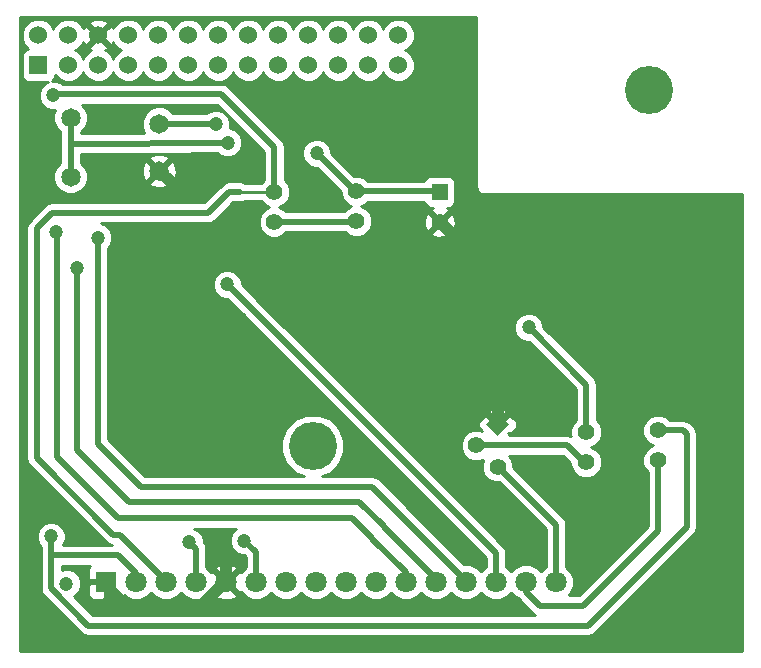
<source format=gbl>
G04 (created by PCBNEW (2013-07-07 BZR 4022)-stable) date 03 Aug 13 4:27:03 PM*
%MOIN*%
G04 Gerber Fmt 3.4, Leading zero omitted, Abs format*
%FSLAX34Y34*%
G01*
G70*
G90*
G04 APERTURE LIST*
%ADD10C,0.00590551*%
%ADD11C,0.16*%
%ADD12R,0.06X0.06*%
%ADD13C,0.06*%
%ADD14C,0.055*%
%ADD15C,0.065*%
%ADD16R,0.055X0.055*%
%ADD17R,0.0708661X0.0708661*%
%ADD18C,0.0708661*%
%ADD19C,0.0472441*%
%ADD20C,0.019685*%
%ADD21C,0.00984252*%
%ADD22C,0.0393701*%
%ADD23C,0.01*%
G04 APERTURE END LIST*
G54D10*
G54D11*
X16929Y-20472D03*
G54D12*
X7779Y-7783D03*
G54D13*
X7779Y-6783D03*
X8779Y-7783D03*
X8779Y-6783D03*
X9779Y-7783D03*
X9779Y-6783D03*
X10779Y-7783D03*
X10779Y-6783D03*
X11779Y-7783D03*
X11779Y-6783D03*
X12779Y-7783D03*
X12779Y-6783D03*
X13779Y-7783D03*
X13779Y-6783D03*
X14779Y-7783D03*
X14779Y-6783D03*
X15779Y-7783D03*
X15779Y-6783D03*
X16779Y-7783D03*
X16779Y-6783D03*
X17779Y-7783D03*
X17779Y-6783D03*
X18779Y-7783D03*
X18779Y-6783D03*
X19779Y-7783D03*
X19779Y-6783D03*
G54D10*
G36*
X23090Y-20134D02*
X22701Y-19745D01*
X23090Y-19356D01*
X23479Y-19745D01*
X23090Y-20134D01*
X23090Y-20134D01*
G37*
G54D14*
X22383Y-20452D03*
X23090Y-21159D03*
X26043Y-20011D03*
X26043Y-21011D03*
X28444Y-19952D03*
X28444Y-20952D03*
G54D15*
X11811Y-9724D03*
X11811Y-11299D03*
X8858Y-9527D03*
X8858Y-11496D03*
G54D14*
X18385Y-12980D03*
X18385Y-11980D03*
X15649Y-12000D03*
X15649Y-13000D03*
G54D16*
X21161Y-12000D03*
G54D14*
X21161Y-13000D03*
G54D11*
X28149Y-8602D03*
G54D17*
X10039Y-25000D03*
G54D18*
X11039Y-25000D03*
X12039Y-25000D03*
X13039Y-25000D03*
X14039Y-25000D03*
X15039Y-25000D03*
X16039Y-25000D03*
X17039Y-25000D03*
X18039Y-25000D03*
X19039Y-25000D03*
X20039Y-25000D03*
X21039Y-25000D03*
X22039Y-25000D03*
X23039Y-25000D03*
X24039Y-25000D03*
X25039Y-25000D03*
G54D19*
X8720Y-25059D03*
X8287Y-8779D03*
X8208Y-23484D03*
X8385Y-13346D03*
X9074Y-14527D03*
X9763Y-13523D03*
X14074Y-15078D03*
X14645Y-23622D03*
X14094Y-10354D03*
X13700Y-9744D03*
X24133Y-16515D03*
X17066Y-10708D03*
X12814Y-23681D03*
X12224Y-12106D03*
X13720Y-23720D03*
X23090Y-17578D03*
G54D20*
X14488Y-12000D02*
X14141Y-12000D01*
X14141Y-12000D02*
X13444Y-12696D01*
X13444Y-12696D02*
X8248Y-12696D01*
X8248Y-12696D02*
X7736Y-13208D01*
G54D21*
X15649Y-12000D02*
X14488Y-12000D01*
X14488Y-12000D02*
X14515Y-12000D01*
G54D20*
X10503Y-23425D02*
X12039Y-24960D01*
X10275Y-23425D02*
X10503Y-23425D01*
X7736Y-20885D02*
X10275Y-23425D01*
X7736Y-13208D02*
X7736Y-20885D01*
G54D21*
X7736Y-13149D02*
X7736Y-13208D01*
G54D20*
X15649Y-12000D02*
X15649Y-10511D01*
X15649Y-10511D02*
X13877Y-8740D01*
X13877Y-8740D02*
X8326Y-8740D01*
X8326Y-8740D02*
X8287Y-8779D01*
X11039Y-24960D02*
X11039Y-24700D01*
X11039Y-24700D02*
X10452Y-24114D01*
X10452Y-24114D02*
X8208Y-24114D01*
X12535Y-26456D02*
X9448Y-26456D01*
X9448Y-26456D02*
X8208Y-25216D01*
X8208Y-25216D02*
X8208Y-24114D01*
X28444Y-19952D02*
X29283Y-19952D01*
X26102Y-26456D02*
X12535Y-26456D01*
X29389Y-23169D02*
X26102Y-26456D01*
X29389Y-20059D02*
X29389Y-23169D01*
X29283Y-19952D02*
X29389Y-20059D01*
X8208Y-24114D02*
X8208Y-23484D01*
G54D21*
X18917Y-23562D02*
X18917Y-23543D01*
G54D20*
X18917Y-23543D02*
X18248Y-22874D01*
X18248Y-22874D02*
X10452Y-22874D01*
X10452Y-22874D02*
X8405Y-20826D01*
G54D21*
X8405Y-13366D02*
X8385Y-13346D01*
G54D20*
X8405Y-20826D02*
X8405Y-13366D01*
G54D21*
X20039Y-24960D02*
X20039Y-24685D01*
G54D20*
X20039Y-24685D02*
X18917Y-23562D01*
G54D21*
X18917Y-23562D02*
X18937Y-23582D01*
G54D20*
X19291Y-23149D02*
X18484Y-22342D01*
X18484Y-22342D02*
X10807Y-22342D01*
X10807Y-22342D02*
X9074Y-20610D01*
X9074Y-20610D02*
X9074Y-14527D01*
G54D21*
X19291Y-23169D02*
X19291Y-23149D01*
X21039Y-24960D02*
X21039Y-24917D01*
G54D20*
X21039Y-24917D02*
X19291Y-23169D01*
G54D21*
X19291Y-23169D02*
X19271Y-23149D01*
G54D20*
X19744Y-22677D02*
X19744Y-22657D01*
X19744Y-22657D02*
X18917Y-21830D01*
X18917Y-21830D02*
X11200Y-21830D01*
X11200Y-21830D02*
X9763Y-20393D01*
X9763Y-20393D02*
X9763Y-13523D01*
X22027Y-24960D02*
X19744Y-22677D01*
G54D21*
X19744Y-22677D02*
X19724Y-22657D01*
X22039Y-24960D02*
X22027Y-24960D01*
G54D20*
X23039Y-24043D02*
X14901Y-15905D01*
X23039Y-24043D02*
X23039Y-24960D01*
X14931Y-15935D02*
X14901Y-15905D01*
X14074Y-15078D02*
X14931Y-15935D01*
X15039Y-24960D02*
X15039Y-24015D01*
X15039Y-24015D02*
X14645Y-23622D01*
X8858Y-9527D02*
X8858Y-10393D01*
X8858Y-11496D02*
X8858Y-10393D01*
X14094Y-10354D02*
X8858Y-10393D01*
X13681Y-9724D02*
X11811Y-9724D01*
G54D21*
X13700Y-9744D02*
X13681Y-9724D01*
G54D20*
X24133Y-16515D02*
X26043Y-18425D01*
X26043Y-20011D02*
X26043Y-18425D01*
G54D21*
X18338Y-11980D02*
X18385Y-11980D01*
G54D20*
X17066Y-10708D02*
X18338Y-11980D01*
X18385Y-11980D02*
X21141Y-11980D01*
X21141Y-11980D02*
X21161Y-12000D01*
X24039Y-24960D02*
X24039Y-25338D01*
X24039Y-25338D02*
X24488Y-25787D01*
X24488Y-25787D02*
X25944Y-25787D01*
X25944Y-25787D02*
X28444Y-23287D01*
X28444Y-23287D02*
X28444Y-20952D01*
X15649Y-13000D02*
X18366Y-13000D01*
G54D21*
X18366Y-13000D02*
X18385Y-12980D01*
G54D20*
X13039Y-24960D02*
X13039Y-23905D01*
X13039Y-23905D02*
X12814Y-23681D01*
G54D21*
X13039Y-24960D02*
X13039Y-24909D01*
X26043Y-21011D02*
X25972Y-21011D01*
G54D20*
X25413Y-20452D02*
X22383Y-20452D01*
X25972Y-21011D02*
X25413Y-20452D01*
G54D21*
X23090Y-21159D02*
X23108Y-21159D01*
G54D20*
X25039Y-23090D02*
X25039Y-24960D01*
X23108Y-21159D02*
X25039Y-23090D01*
G54D22*
X12224Y-12106D02*
X12224Y-11712D01*
X12224Y-11712D02*
X11811Y-11299D01*
G54D21*
X11811Y-11299D02*
X11811Y-11358D01*
G54D22*
X14039Y-24960D02*
X14039Y-24039D01*
X14039Y-24039D02*
X13720Y-23720D01*
X10039Y-24960D02*
X10039Y-25137D01*
X10039Y-25137D02*
X10826Y-25925D01*
X10826Y-25925D02*
X13074Y-25925D01*
X13074Y-25925D02*
X14039Y-24960D01*
X23090Y-19745D02*
X23090Y-17578D01*
X23090Y-17578D02*
X23090Y-14929D01*
X23090Y-14929D02*
X21161Y-13000D01*
G54D21*
X14039Y-24960D02*
X14035Y-24960D01*
G54D10*
G36*
X24353Y-26108D02*
X14393Y-26108D01*
X14393Y-25425D01*
X14039Y-25070D01*
X13684Y-25425D01*
X13718Y-25526D01*
X13944Y-25608D01*
X14184Y-25598D01*
X14359Y-25526D01*
X14393Y-25425D01*
X14393Y-26108D01*
X12535Y-26108D01*
X9989Y-26108D01*
X9989Y-25541D01*
X9989Y-25050D01*
X9497Y-25050D01*
X9435Y-25112D01*
X9434Y-25304D01*
X9435Y-25404D01*
X9473Y-25496D01*
X9543Y-25566D01*
X9635Y-25604D01*
X9926Y-25604D01*
X9989Y-25541D01*
X9989Y-26108D01*
X9593Y-26108D01*
X8967Y-25482D01*
X8995Y-25471D01*
X9132Y-25334D01*
X9206Y-25156D01*
X9206Y-24962D01*
X9132Y-24783D01*
X8996Y-24647D01*
X8817Y-24572D01*
X8624Y-24572D01*
X8557Y-24600D01*
X8557Y-24462D01*
X9514Y-24462D01*
X9473Y-24503D01*
X9435Y-24595D01*
X9434Y-24695D01*
X9435Y-24887D01*
X9497Y-24950D01*
X9989Y-24950D01*
X9989Y-24942D01*
X10089Y-24942D01*
X10089Y-24950D01*
X10097Y-24950D01*
X10097Y-25050D01*
X10089Y-25050D01*
X10089Y-25541D01*
X10151Y-25604D01*
X10443Y-25604D01*
X10535Y-25566D01*
X10605Y-25496D01*
X10627Y-25442D01*
X10696Y-25512D01*
X10918Y-25604D01*
X11159Y-25604D01*
X11381Y-25512D01*
X11539Y-25354D01*
X11696Y-25512D01*
X11918Y-25604D01*
X12159Y-25604D01*
X12381Y-25512D01*
X12539Y-25354D01*
X12696Y-25512D01*
X12918Y-25604D01*
X13159Y-25604D01*
X13381Y-25512D01*
X13551Y-25342D01*
X13554Y-25334D01*
X13614Y-25354D01*
X13968Y-25000D01*
X13614Y-24645D01*
X13554Y-24665D01*
X13551Y-24658D01*
X13387Y-24493D01*
X13387Y-23905D01*
X13387Y-23905D01*
X13387Y-23905D01*
X13361Y-23772D01*
X13301Y-23682D01*
X13301Y-23584D01*
X13227Y-23406D01*
X13090Y-23269D01*
X12978Y-23222D01*
X14357Y-23222D01*
X14233Y-23346D01*
X14159Y-23524D01*
X14159Y-23718D01*
X14233Y-23897D01*
X14369Y-24034D01*
X14548Y-24108D01*
X14639Y-24108D01*
X14690Y-24160D01*
X14690Y-24493D01*
X14527Y-24657D01*
X14523Y-24665D01*
X14464Y-24645D01*
X14393Y-24716D01*
X14393Y-24574D01*
X14359Y-24473D01*
X14134Y-24391D01*
X13893Y-24401D01*
X13718Y-24473D01*
X13684Y-24574D01*
X14039Y-24929D01*
X14393Y-24574D01*
X14393Y-24716D01*
X14110Y-25000D01*
X14464Y-25354D01*
X14523Y-25334D01*
X14526Y-25341D01*
X14696Y-25512D01*
X14918Y-25604D01*
X15159Y-25604D01*
X15381Y-25512D01*
X15539Y-25354D01*
X15696Y-25512D01*
X15918Y-25604D01*
X16159Y-25604D01*
X16381Y-25512D01*
X16539Y-25354D01*
X16696Y-25512D01*
X16918Y-25604D01*
X17159Y-25604D01*
X17381Y-25512D01*
X17539Y-25354D01*
X17696Y-25512D01*
X17918Y-25604D01*
X18159Y-25604D01*
X18381Y-25512D01*
X18539Y-25354D01*
X18696Y-25512D01*
X18918Y-25604D01*
X19159Y-25604D01*
X19381Y-25512D01*
X19539Y-25354D01*
X19696Y-25512D01*
X19918Y-25604D01*
X20159Y-25604D01*
X20381Y-25512D01*
X20539Y-25354D01*
X20696Y-25512D01*
X20918Y-25604D01*
X21159Y-25604D01*
X21381Y-25512D01*
X21539Y-25354D01*
X21696Y-25512D01*
X21918Y-25604D01*
X22159Y-25604D01*
X22381Y-25512D01*
X22539Y-25354D01*
X22696Y-25512D01*
X22918Y-25604D01*
X23159Y-25604D01*
X23381Y-25512D01*
X23539Y-25354D01*
X23696Y-25512D01*
X23762Y-25539D01*
X23792Y-25584D01*
X24241Y-26033D01*
X24241Y-26033D01*
X24353Y-26108D01*
X24353Y-26108D01*
G37*
G54D23*
X24353Y-26108D02*
X14393Y-26108D01*
X14393Y-25425D01*
X14039Y-25070D01*
X13684Y-25425D01*
X13718Y-25526D01*
X13944Y-25608D01*
X14184Y-25598D01*
X14359Y-25526D01*
X14393Y-25425D01*
X14393Y-26108D01*
X12535Y-26108D01*
X9989Y-26108D01*
X9989Y-25541D01*
X9989Y-25050D01*
X9497Y-25050D01*
X9435Y-25112D01*
X9434Y-25304D01*
X9435Y-25404D01*
X9473Y-25496D01*
X9543Y-25566D01*
X9635Y-25604D01*
X9926Y-25604D01*
X9989Y-25541D01*
X9989Y-26108D01*
X9593Y-26108D01*
X8967Y-25482D01*
X8995Y-25471D01*
X9132Y-25334D01*
X9206Y-25156D01*
X9206Y-24962D01*
X9132Y-24783D01*
X8996Y-24647D01*
X8817Y-24572D01*
X8624Y-24572D01*
X8557Y-24600D01*
X8557Y-24462D01*
X9514Y-24462D01*
X9473Y-24503D01*
X9435Y-24595D01*
X9434Y-24695D01*
X9435Y-24887D01*
X9497Y-24950D01*
X9989Y-24950D01*
X9989Y-24942D01*
X10089Y-24942D01*
X10089Y-24950D01*
X10097Y-24950D01*
X10097Y-25050D01*
X10089Y-25050D01*
X10089Y-25541D01*
X10151Y-25604D01*
X10443Y-25604D01*
X10535Y-25566D01*
X10605Y-25496D01*
X10627Y-25442D01*
X10696Y-25512D01*
X10918Y-25604D01*
X11159Y-25604D01*
X11381Y-25512D01*
X11539Y-25354D01*
X11696Y-25512D01*
X11918Y-25604D01*
X12159Y-25604D01*
X12381Y-25512D01*
X12539Y-25354D01*
X12696Y-25512D01*
X12918Y-25604D01*
X13159Y-25604D01*
X13381Y-25512D01*
X13551Y-25342D01*
X13554Y-25334D01*
X13614Y-25354D01*
X13968Y-25000D01*
X13614Y-24645D01*
X13554Y-24665D01*
X13551Y-24658D01*
X13387Y-24493D01*
X13387Y-23905D01*
X13387Y-23905D01*
X13387Y-23905D01*
X13361Y-23772D01*
X13301Y-23682D01*
X13301Y-23584D01*
X13227Y-23406D01*
X13090Y-23269D01*
X12978Y-23222D01*
X14357Y-23222D01*
X14233Y-23346D01*
X14159Y-23524D01*
X14159Y-23718D01*
X14233Y-23897D01*
X14369Y-24034D01*
X14548Y-24108D01*
X14639Y-24108D01*
X14690Y-24160D01*
X14690Y-24493D01*
X14527Y-24657D01*
X14523Y-24665D01*
X14464Y-24645D01*
X14393Y-24716D01*
X14393Y-24574D01*
X14359Y-24473D01*
X14134Y-24391D01*
X13893Y-24401D01*
X13718Y-24473D01*
X13684Y-24574D01*
X14039Y-24929D01*
X14393Y-24574D01*
X14393Y-24716D01*
X14110Y-25000D01*
X14464Y-25354D01*
X14523Y-25334D01*
X14526Y-25341D01*
X14696Y-25512D01*
X14918Y-25604D01*
X15159Y-25604D01*
X15381Y-25512D01*
X15539Y-25354D01*
X15696Y-25512D01*
X15918Y-25604D01*
X16159Y-25604D01*
X16381Y-25512D01*
X16539Y-25354D01*
X16696Y-25512D01*
X16918Y-25604D01*
X17159Y-25604D01*
X17381Y-25512D01*
X17539Y-25354D01*
X17696Y-25512D01*
X17918Y-25604D01*
X18159Y-25604D01*
X18381Y-25512D01*
X18539Y-25354D01*
X18696Y-25512D01*
X18918Y-25604D01*
X19159Y-25604D01*
X19381Y-25512D01*
X19539Y-25354D01*
X19696Y-25512D01*
X19918Y-25604D01*
X20159Y-25604D01*
X20381Y-25512D01*
X20539Y-25354D01*
X20696Y-25512D01*
X20918Y-25604D01*
X21159Y-25604D01*
X21381Y-25512D01*
X21539Y-25354D01*
X21696Y-25512D01*
X21918Y-25604D01*
X22159Y-25604D01*
X22381Y-25512D01*
X22539Y-25354D01*
X22696Y-25512D01*
X22918Y-25604D01*
X23159Y-25604D01*
X23381Y-25512D01*
X23539Y-25354D01*
X23696Y-25512D01*
X23762Y-25539D01*
X23792Y-25584D01*
X24241Y-26033D01*
X24241Y-26033D01*
X24353Y-26108D01*
G54D10*
G36*
X31226Y-27289D02*
X29738Y-27289D01*
X29738Y-23169D01*
X29738Y-23169D01*
X29738Y-20059D01*
X29711Y-19925D01*
X29636Y-19812D01*
X29636Y-19812D01*
X29529Y-19706D01*
X29416Y-19630D01*
X29394Y-19626D01*
X29283Y-19604D01*
X29283Y-19604D01*
X28838Y-19604D01*
X28742Y-19507D01*
X28549Y-19427D01*
X28340Y-19427D01*
X28147Y-19507D01*
X28000Y-19654D01*
X27919Y-19847D01*
X27919Y-20056D01*
X27999Y-20249D01*
X28147Y-20397D01*
X28280Y-20452D01*
X28147Y-20507D01*
X28000Y-20654D01*
X27919Y-20847D01*
X27919Y-21056D01*
X27999Y-21249D01*
X28096Y-21346D01*
X28096Y-23143D01*
X25800Y-25438D01*
X25455Y-25438D01*
X25551Y-25342D01*
X25643Y-25120D01*
X25643Y-24880D01*
X25551Y-24658D01*
X25387Y-24493D01*
X25387Y-23090D01*
X25387Y-23090D01*
X25387Y-23090D01*
X25361Y-22957D01*
X25285Y-22844D01*
X25285Y-22844D01*
X23615Y-21173D01*
X23615Y-21055D01*
X23535Y-20862D01*
X23474Y-20801D01*
X25269Y-20801D01*
X25518Y-21050D01*
X25518Y-21115D01*
X25597Y-21308D01*
X25745Y-21456D01*
X25938Y-21536D01*
X26147Y-21536D01*
X26340Y-21457D01*
X26488Y-21309D01*
X26568Y-21116D01*
X26568Y-20907D01*
X26488Y-20714D01*
X26341Y-20566D01*
X26208Y-20511D01*
X26340Y-20457D01*
X26488Y-20309D01*
X26568Y-20116D01*
X26568Y-19907D01*
X26488Y-19714D01*
X26391Y-19617D01*
X26391Y-18425D01*
X26391Y-18425D01*
X26391Y-18425D01*
X26365Y-18291D01*
X26289Y-18178D01*
X26289Y-18178D01*
X24620Y-16509D01*
X24620Y-16419D01*
X24546Y-16240D01*
X24409Y-16103D01*
X24230Y-16029D01*
X24037Y-16029D01*
X23858Y-16103D01*
X23721Y-16239D01*
X23647Y-16418D01*
X23647Y-16612D01*
X23721Y-16790D01*
X23858Y-16927D01*
X24036Y-17001D01*
X24127Y-17001D01*
X25694Y-18569D01*
X25694Y-19617D01*
X25598Y-19714D01*
X25518Y-19906D01*
X25518Y-20115D01*
X25522Y-20126D01*
X25413Y-20104D01*
X25413Y-20104D01*
X23729Y-20104D01*
X23474Y-20104D01*
X23497Y-20081D01*
X23452Y-20037D01*
X23541Y-20037D01*
X23691Y-19887D01*
X23729Y-19795D01*
X23729Y-19696D01*
X23691Y-19604D01*
X23621Y-19533D01*
X23541Y-19453D01*
X23452Y-19453D01*
X23382Y-19524D01*
X23382Y-19383D01*
X23382Y-19294D01*
X23302Y-19214D01*
X23231Y-19144D01*
X23140Y-19106D01*
X23040Y-19106D01*
X22948Y-19144D01*
X22798Y-19294D01*
X22798Y-19383D01*
X23090Y-19674D01*
X23382Y-19383D01*
X23382Y-19524D01*
X23161Y-19745D01*
X23166Y-19751D01*
X23096Y-19821D01*
X23090Y-19816D01*
X23084Y-19821D01*
X23014Y-19751D01*
X23019Y-19745D01*
X22728Y-19453D01*
X22639Y-19453D01*
X22489Y-19603D01*
X22451Y-19695D01*
X22451Y-19795D01*
X22489Y-19887D01*
X22559Y-19957D01*
X22559Y-19957D01*
X22488Y-19927D01*
X22279Y-19927D01*
X22086Y-20007D01*
X21938Y-20154D01*
X21858Y-20347D01*
X21858Y-20556D01*
X21938Y-20749D01*
X22085Y-20897D01*
X22278Y-20977D01*
X22487Y-20977D01*
X22620Y-20922D01*
X22565Y-21054D01*
X22565Y-21263D01*
X22645Y-21456D01*
X22792Y-21604D01*
X22985Y-21684D01*
X23140Y-21684D01*
X24690Y-23234D01*
X24690Y-24493D01*
X24539Y-24645D01*
X24382Y-24487D01*
X24160Y-24395D01*
X23919Y-24395D01*
X23697Y-24487D01*
X23539Y-24645D01*
X23387Y-24493D01*
X23387Y-24043D01*
X23361Y-23909D01*
X23285Y-23796D01*
X23285Y-23796D01*
X21691Y-22202D01*
X21691Y-13075D01*
X21679Y-12867D01*
X21621Y-12727D01*
X21529Y-12702D01*
X21232Y-13000D01*
X21529Y-13297D01*
X21621Y-13272D01*
X21691Y-13075D01*
X21691Y-22202D01*
X21458Y-21969D01*
X21458Y-13367D01*
X21161Y-13070D01*
X21090Y-13141D01*
X21090Y-13000D01*
X20793Y-12702D01*
X20700Y-12727D01*
X20631Y-12924D01*
X20642Y-13132D01*
X20700Y-13272D01*
X20793Y-13297D01*
X21090Y-13000D01*
X21090Y-13141D01*
X20864Y-13367D01*
X20888Y-13460D01*
X21085Y-13529D01*
X21294Y-13518D01*
X21434Y-13460D01*
X21458Y-13367D01*
X21458Y-21969D01*
X15177Y-15688D01*
X15147Y-15659D01*
X15147Y-15659D01*
X14561Y-15072D01*
X14561Y-14982D01*
X14487Y-14803D01*
X14350Y-14666D01*
X14171Y-14592D01*
X13978Y-14592D01*
X13799Y-14666D01*
X13662Y-14802D01*
X13588Y-14981D01*
X13588Y-15175D01*
X13662Y-15353D01*
X13799Y-15490D01*
X13977Y-15564D01*
X14068Y-15564D01*
X14655Y-16151D01*
X14655Y-16151D01*
X14684Y-16181D01*
X22690Y-24187D01*
X22690Y-24493D01*
X22539Y-24645D01*
X22382Y-24487D01*
X22160Y-24395D01*
X21955Y-24395D01*
X20030Y-22470D01*
X20030Y-22470D01*
X19990Y-22411D01*
X19990Y-22411D01*
X19163Y-21584D01*
X19050Y-21508D01*
X19028Y-21504D01*
X18917Y-21482D01*
X18917Y-21482D01*
X17234Y-21482D01*
X17523Y-21363D01*
X17818Y-21067D01*
X17978Y-20682D01*
X17979Y-20264D01*
X17819Y-19878D01*
X17524Y-19582D01*
X17138Y-19422D01*
X16721Y-19422D01*
X16335Y-19581D01*
X16039Y-19876D01*
X15879Y-20262D01*
X15878Y-20680D01*
X16038Y-21066D01*
X16333Y-21362D01*
X16623Y-21482D01*
X11345Y-21482D01*
X10112Y-20249D01*
X10112Y-13862D01*
X10175Y-13799D01*
X10249Y-13620D01*
X10250Y-13427D01*
X10176Y-13248D01*
X10039Y-13111D01*
X9879Y-13045D01*
X13444Y-13045D01*
X13444Y-13045D01*
X13444Y-13045D01*
X13556Y-13023D01*
X13578Y-13018D01*
X13578Y-13018D01*
X13691Y-12943D01*
X14286Y-12348D01*
X14488Y-12348D01*
X14621Y-12321D01*
X14655Y-12299D01*
X15206Y-12299D01*
X15351Y-12444D01*
X15484Y-12500D01*
X15352Y-12554D01*
X15204Y-12702D01*
X15124Y-12895D01*
X15124Y-13103D01*
X15204Y-13297D01*
X15351Y-13444D01*
X15544Y-13524D01*
X15753Y-13525D01*
X15946Y-13445D01*
X16043Y-13348D01*
X18011Y-13348D01*
X18088Y-13425D01*
X18280Y-13505D01*
X18489Y-13505D01*
X18682Y-13425D01*
X18830Y-13278D01*
X18910Y-13085D01*
X18910Y-12876D01*
X18831Y-12683D01*
X18683Y-12535D01*
X18550Y-12480D01*
X18682Y-12425D01*
X18779Y-12328D01*
X20638Y-12328D01*
X20674Y-12416D01*
X20744Y-12486D01*
X20836Y-12524D01*
X20923Y-12525D01*
X20888Y-12539D01*
X20864Y-12632D01*
X21161Y-12929D01*
X21458Y-12632D01*
X21434Y-12539D01*
X21393Y-12525D01*
X21485Y-12525D01*
X21577Y-12487D01*
X21648Y-12416D01*
X21686Y-12324D01*
X21686Y-12225D01*
X21686Y-11675D01*
X21648Y-11583D01*
X21578Y-11513D01*
X21486Y-11475D01*
X21386Y-11474D01*
X20836Y-11474D01*
X20744Y-11512D01*
X20674Y-11583D01*
X20654Y-11631D01*
X18779Y-11631D01*
X18683Y-11535D01*
X18490Y-11455D01*
X18306Y-11455D01*
X17553Y-10702D01*
X17553Y-10612D01*
X17479Y-10433D01*
X17342Y-10296D01*
X17164Y-10222D01*
X16970Y-10222D01*
X16791Y-10296D01*
X16654Y-10432D01*
X16580Y-10611D01*
X16580Y-10804D01*
X16654Y-10983D01*
X16791Y-11120D01*
X16969Y-11194D01*
X17060Y-11194D01*
X17860Y-11995D01*
X17860Y-12084D01*
X17940Y-12277D01*
X18088Y-12425D01*
X18221Y-12480D01*
X18088Y-12534D01*
X17972Y-12651D01*
X16043Y-12651D01*
X15947Y-12555D01*
X15814Y-12499D01*
X15946Y-12445D01*
X16094Y-12297D01*
X16174Y-12104D01*
X16174Y-11896D01*
X16094Y-11703D01*
X15998Y-11605D01*
X15998Y-10511D01*
X15998Y-10511D01*
X15998Y-10511D01*
X15975Y-10400D01*
X15971Y-10378D01*
X15971Y-10378D01*
X15895Y-10265D01*
X15895Y-10265D01*
X14124Y-8493D01*
X14011Y-8418D01*
X13989Y-8413D01*
X13877Y-8391D01*
X13877Y-8391D01*
X8587Y-8391D01*
X8563Y-8367D01*
X8384Y-8293D01*
X8223Y-8293D01*
X8291Y-8225D01*
X8329Y-8133D01*
X8329Y-8111D01*
X8467Y-8249D01*
X8669Y-8333D01*
X8888Y-8333D01*
X9090Y-8250D01*
X9245Y-8095D01*
X9279Y-8013D01*
X9312Y-8094D01*
X9467Y-8249D01*
X9669Y-8333D01*
X9888Y-8333D01*
X10090Y-8250D01*
X10245Y-8095D01*
X10279Y-8013D01*
X10312Y-8094D01*
X10467Y-8249D01*
X10669Y-8333D01*
X10888Y-8333D01*
X11090Y-8250D01*
X11245Y-8095D01*
X11279Y-8013D01*
X11312Y-8094D01*
X11467Y-8249D01*
X11669Y-8333D01*
X11888Y-8333D01*
X12090Y-8250D01*
X12245Y-8095D01*
X12279Y-8013D01*
X12312Y-8094D01*
X12467Y-8249D01*
X12669Y-8333D01*
X12888Y-8333D01*
X13090Y-8250D01*
X13245Y-8095D01*
X13279Y-8013D01*
X13312Y-8094D01*
X13467Y-8249D01*
X13669Y-8333D01*
X13888Y-8333D01*
X14090Y-8250D01*
X14245Y-8095D01*
X14279Y-8013D01*
X14312Y-8094D01*
X14467Y-8249D01*
X14669Y-8333D01*
X14888Y-8333D01*
X15090Y-8250D01*
X15245Y-8095D01*
X15279Y-8013D01*
X15312Y-8094D01*
X15467Y-8249D01*
X15669Y-8333D01*
X15888Y-8333D01*
X16090Y-8250D01*
X16245Y-8095D01*
X16279Y-8013D01*
X16312Y-8094D01*
X16467Y-8249D01*
X16669Y-8333D01*
X16888Y-8333D01*
X17090Y-8250D01*
X17245Y-8095D01*
X17279Y-8013D01*
X17312Y-8094D01*
X17467Y-8249D01*
X17669Y-8333D01*
X17888Y-8333D01*
X18090Y-8250D01*
X18245Y-8095D01*
X18279Y-8013D01*
X18312Y-8094D01*
X18467Y-8249D01*
X18669Y-8333D01*
X18888Y-8333D01*
X19090Y-8250D01*
X19245Y-8095D01*
X19279Y-8013D01*
X19312Y-8094D01*
X19467Y-8249D01*
X19669Y-8333D01*
X19888Y-8333D01*
X20090Y-8250D01*
X20245Y-8095D01*
X20329Y-7893D01*
X20329Y-7674D01*
X20246Y-7472D01*
X20091Y-7317D01*
X20009Y-7283D01*
X20090Y-7250D01*
X20245Y-7095D01*
X20329Y-6893D01*
X20329Y-6674D01*
X20246Y-6472D01*
X20091Y-6317D01*
X19889Y-6233D01*
X19670Y-6233D01*
X19468Y-6316D01*
X19313Y-6471D01*
X19279Y-6553D01*
X19246Y-6472D01*
X19091Y-6317D01*
X18889Y-6233D01*
X18670Y-6233D01*
X18468Y-6316D01*
X18313Y-6471D01*
X18279Y-6553D01*
X18246Y-6472D01*
X18091Y-6317D01*
X17889Y-6233D01*
X17670Y-6233D01*
X17468Y-6316D01*
X17313Y-6471D01*
X17279Y-6553D01*
X17246Y-6472D01*
X17091Y-6317D01*
X16889Y-6233D01*
X16670Y-6233D01*
X16468Y-6316D01*
X16313Y-6471D01*
X16279Y-6553D01*
X16246Y-6472D01*
X16091Y-6317D01*
X15889Y-6233D01*
X15670Y-6233D01*
X15468Y-6316D01*
X15313Y-6471D01*
X15279Y-6553D01*
X15246Y-6472D01*
X15091Y-6317D01*
X14889Y-6233D01*
X14670Y-6233D01*
X14468Y-6316D01*
X14313Y-6471D01*
X14279Y-6553D01*
X14246Y-6472D01*
X14091Y-6317D01*
X13889Y-6233D01*
X13670Y-6233D01*
X13468Y-6316D01*
X13313Y-6471D01*
X13279Y-6553D01*
X13246Y-6472D01*
X13091Y-6317D01*
X12889Y-6233D01*
X12670Y-6233D01*
X12468Y-6316D01*
X12313Y-6471D01*
X12279Y-6553D01*
X12246Y-6472D01*
X12091Y-6317D01*
X11889Y-6233D01*
X11670Y-6233D01*
X11468Y-6316D01*
X11313Y-6471D01*
X11279Y-6553D01*
X11246Y-6472D01*
X11091Y-6317D01*
X10889Y-6233D01*
X10670Y-6233D01*
X10468Y-6316D01*
X10313Y-6471D01*
X10282Y-6547D01*
X10260Y-6495D01*
X10165Y-6468D01*
X10094Y-6538D01*
X10094Y-6397D01*
X10067Y-6302D01*
X9861Y-6228D01*
X9642Y-6239D01*
X9491Y-6302D01*
X9464Y-6397D01*
X9779Y-6712D01*
X10094Y-6397D01*
X10094Y-6538D01*
X9850Y-6783D01*
X10165Y-7098D01*
X10260Y-7071D01*
X10280Y-7016D01*
X10312Y-7094D01*
X10467Y-7249D01*
X10549Y-7283D01*
X10468Y-7316D01*
X10313Y-7471D01*
X10279Y-7553D01*
X10246Y-7472D01*
X10091Y-7317D01*
X10015Y-7286D01*
X10067Y-7264D01*
X10094Y-7169D01*
X9779Y-6854D01*
X9464Y-7169D01*
X9491Y-7264D01*
X9546Y-7284D01*
X9468Y-7316D01*
X9313Y-7471D01*
X9279Y-7553D01*
X9246Y-7472D01*
X9091Y-7317D01*
X9009Y-7283D01*
X9090Y-7250D01*
X9245Y-7095D01*
X9276Y-7019D01*
X9298Y-7071D01*
X9393Y-7098D01*
X9708Y-6783D01*
X9393Y-6468D01*
X9298Y-6495D01*
X9278Y-6550D01*
X9246Y-6472D01*
X9091Y-6317D01*
X8889Y-6233D01*
X8670Y-6233D01*
X8468Y-6316D01*
X8313Y-6471D01*
X8279Y-6553D01*
X8246Y-6472D01*
X8091Y-6317D01*
X7889Y-6233D01*
X7670Y-6233D01*
X7468Y-6316D01*
X7313Y-6471D01*
X7229Y-6673D01*
X7229Y-6892D01*
X7312Y-7094D01*
X7451Y-7233D01*
X7430Y-7233D01*
X7338Y-7271D01*
X7267Y-7341D01*
X7229Y-7433D01*
X7229Y-7532D01*
X7229Y-8132D01*
X7267Y-8224D01*
X7337Y-8295D01*
X7429Y-8333D01*
X7529Y-8333D01*
X8093Y-8333D01*
X8012Y-8367D01*
X7875Y-8503D01*
X7801Y-8682D01*
X7801Y-8875D01*
X7874Y-9054D01*
X8011Y-9191D01*
X8190Y-9265D01*
X8344Y-9265D01*
X8283Y-9412D01*
X8283Y-9641D01*
X8370Y-9852D01*
X8509Y-9992D01*
X8509Y-10393D01*
X8509Y-11031D01*
X8371Y-11169D01*
X8283Y-11381D01*
X8283Y-11609D01*
X8370Y-11821D01*
X8532Y-11983D01*
X8743Y-12070D01*
X8972Y-12071D01*
X9183Y-11983D01*
X9345Y-11822D01*
X9433Y-11610D01*
X9433Y-11382D01*
X9346Y-11170D01*
X9206Y-11031D01*
X9206Y-10739D01*
X11864Y-10721D01*
X11670Y-10730D01*
X11508Y-10797D01*
X11477Y-10895D01*
X11811Y-11228D01*
X12144Y-10895D01*
X12113Y-10797D01*
X11902Y-10720D01*
X13760Y-10707D01*
X13818Y-10766D01*
X13997Y-10840D01*
X14190Y-10840D01*
X14369Y-10766D01*
X14506Y-10630D01*
X14580Y-10451D01*
X14580Y-10258D01*
X14506Y-10079D01*
X14370Y-9942D01*
X14191Y-9868D01*
X14175Y-9868D01*
X14186Y-9841D01*
X14187Y-9647D01*
X14113Y-9469D01*
X13976Y-9332D01*
X13797Y-9257D01*
X13604Y-9257D01*
X13425Y-9331D01*
X13381Y-9375D01*
X12275Y-9375D01*
X12137Y-9237D01*
X11925Y-9149D01*
X11697Y-9149D01*
X11485Y-9236D01*
X11323Y-9398D01*
X11236Y-9609D01*
X11235Y-9838D01*
X11314Y-10028D01*
X9206Y-10042D01*
X9206Y-9992D01*
X9345Y-9853D01*
X9433Y-9642D01*
X9433Y-9413D01*
X9346Y-9202D01*
X9232Y-9088D01*
X13733Y-9088D01*
X15301Y-10656D01*
X15301Y-11606D01*
X15206Y-11700D01*
X14655Y-11700D01*
X14621Y-11678D01*
X14488Y-11651D01*
X14141Y-11651D01*
X14141Y-11651D01*
X14030Y-11673D01*
X14008Y-11678D01*
X13895Y-11753D01*
X13895Y-11753D01*
X13300Y-12348D01*
X12390Y-12348D01*
X12390Y-11386D01*
X12380Y-11158D01*
X12312Y-10996D01*
X12215Y-10965D01*
X11881Y-11299D01*
X12215Y-11632D01*
X12312Y-11602D01*
X12390Y-11386D01*
X12390Y-12348D01*
X12144Y-12348D01*
X12144Y-11703D01*
X11811Y-11369D01*
X11740Y-11440D01*
X11740Y-11299D01*
X11407Y-10965D01*
X11309Y-10996D01*
X11231Y-11211D01*
X11241Y-11439D01*
X11309Y-11602D01*
X11407Y-11632D01*
X11740Y-11299D01*
X11740Y-11440D01*
X11477Y-11703D01*
X11508Y-11801D01*
X11723Y-11878D01*
X11951Y-11868D01*
X12113Y-11801D01*
X12144Y-11703D01*
X12144Y-12348D01*
X8248Y-12348D01*
X8114Y-12374D01*
X8001Y-12450D01*
X8001Y-12450D01*
X7489Y-12962D01*
X7414Y-13075D01*
X7409Y-13097D01*
X7387Y-13208D01*
X7387Y-13208D01*
X7387Y-20885D01*
X7387Y-20885D01*
X7409Y-20997D01*
X7414Y-21019D01*
X7489Y-21132D01*
X10029Y-23671D01*
X10029Y-23671D01*
X10142Y-23747D01*
X10236Y-23765D01*
X8614Y-23765D01*
X8620Y-23760D01*
X8694Y-23581D01*
X8694Y-23387D01*
X8621Y-23209D01*
X8484Y-23072D01*
X8305Y-22998D01*
X8112Y-22997D01*
X7933Y-23071D01*
X7796Y-23208D01*
X7722Y-23387D01*
X7722Y-23580D01*
X7796Y-23759D01*
X7860Y-23823D01*
X7860Y-24114D01*
X7860Y-25216D01*
X7860Y-25216D01*
X7882Y-25327D01*
X7886Y-25349D01*
X7962Y-25462D01*
X9202Y-26703D01*
X9202Y-26703D01*
X9315Y-26778D01*
X9448Y-26805D01*
X9448Y-26805D01*
X9448Y-26805D01*
X12535Y-26805D01*
X26102Y-26805D01*
X26102Y-26805D01*
X26102Y-26805D01*
X26213Y-26782D01*
X26235Y-26778D01*
X26235Y-26778D01*
X26348Y-26703D01*
X29636Y-23415D01*
X29636Y-23415D01*
X29636Y-23415D01*
X29711Y-23302D01*
X29738Y-23169D01*
X29738Y-23169D01*
X29738Y-27289D01*
X7159Y-27289D01*
X7159Y-6175D01*
X22368Y-6175D01*
X22368Y-11811D01*
X22388Y-11914D01*
X22447Y-12001D01*
X22534Y-12060D01*
X22637Y-12080D01*
X30511Y-12080D01*
X31226Y-12080D01*
X31226Y-27289D01*
X31226Y-27289D01*
G37*
G54D23*
X31226Y-27289D02*
X29738Y-27289D01*
X29738Y-23169D01*
X29738Y-23169D01*
X29738Y-20059D01*
X29711Y-19925D01*
X29636Y-19812D01*
X29636Y-19812D01*
X29529Y-19706D01*
X29416Y-19630D01*
X29394Y-19626D01*
X29283Y-19604D01*
X29283Y-19604D01*
X28838Y-19604D01*
X28742Y-19507D01*
X28549Y-19427D01*
X28340Y-19427D01*
X28147Y-19507D01*
X28000Y-19654D01*
X27919Y-19847D01*
X27919Y-20056D01*
X27999Y-20249D01*
X28147Y-20397D01*
X28280Y-20452D01*
X28147Y-20507D01*
X28000Y-20654D01*
X27919Y-20847D01*
X27919Y-21056D01*
X27999Y-21249D01*
X28096Y-21346D01*
X28096Y-23143D01*
X25800Y-25438D01*
X25455Y-25438D01*
X25551Y-25342D01*
X25643Y-25120D01*
X25643Y-24880D01*
X25551Y-24658D01*
X25387Y-24493D01*
X25387Y-23090D01*
X25387Y-23090D01*
X25387Y-23090D01*
X25361Y-22957D01*
X25285Y-22844D01*
X25285Y-22844D01*
X23615Y-21173D01*
X23615Y-21055D01*
X23535Y-20862D01*
X23474Y-20801D01*
X25269Y-20801D01*
X25518Y-21050D01*
X25518Y-21115D01*
X25597Y-21308D01*
X25745Y-21456D01*
X25938Y-21536D01*
X26147Y-21536D01*
X26340Y-21457D01*
X26488Y-21309D01*
X26568Y-21116D01*
X26568Y-20907D01*
X26488Y-20714D01*
X26341Y-20566D01*
X26208Y-20511D01*
X26340Y-20457D01*
X26488Y-20309D01*
X26568Y-20116D01*
X26568Y-19907D01*
X26488Y-19714D01*
X26391Y-19617D01*
X26391Y-18425D01*
X26391Y-18425D01*
X26391Y-18425D01*
X26365Y-18291D01*
X26289Y-18178D01*
X26289Y-18178D01*
X24620Y-16509D01*
X24620Y-16419D01*
X24546Y-16240D01*
X24409Y-16103D01*
X24230Y-16029D01*
X24037Y-16029D01*
X23858Y-16103D01*
X23721Y-16239D01*
X23647Y-16418D01*
X23647Y-16612D01*
X23721Y-16790D01*
X23858Y-16927D01*
X24036Y-17001D01*
X24127Y-17001D01*
X25694Y-18569D01*
X25694Y-19617D01*
X25598Y-19714D01*
X25518Y-19906D01*
X25518Y-20115D01*
X25522Y-20126D01*
X25413Y-20104D01*
X25413Y-20104D01*
X23729Y-20104D01*
X23474Y-20104D01*
X23497Y-20081D01*
X23452Y-20037D01*
X23541Y-20037D01*
X23691Y-19887D01*
X23729Y-19795D01*
X23729Y-19696D01*
X23691Y-19604D01*
X23621Y-19533D01*
X23541Y-19453D01*
X23452Y-19453D01*
X23382Y-19524D01*
X23382Y-19383D01*
X23382Y-19294D01*
X23302Y-19214D01*
X23231Y-19144D01*
X23140Y-19106D01*
X23040Y-19106D01*
X22948Y-19144D01*
X22798Y-19294D01*
X22798Y-19383D01*
X23090Y-19674D01*
X23382Y-19383D01*
X23382Y-19524D01*
X23161Y-19745D01*
X23166Y-19751D01*
X23096Y-19821D01*
X23090Y-19816D01*
X23084Y-19821D01*
X23014Y-19751D01*
X23019Y-19745D01*
X22728Y-19453D01*
X22639Y-19453D01*
X22489Y-19603D01*
X22451Y-19695D01*
X22451Y-19795D01*
X22489Y-19887D01*
X22559Y-19957D01*
X22559Y-19957D01*
X22488Y-19927D01*
X22279Y-19927D01*
X22086Y-20007D01*
X21938Y-20154D01*
X21858Y-20347D01*
X21858Y-20556D01*
X21938Y-20749D01*
X22085Y-20897D01*
X22278Y-20977D01*
X22487Y-20977D01*
X22620Y-20922D01*
X22565Y-21054D01*
X22565Y-21263D01*
X22645Y-21456D01*
X22792Y-21604D01*
X22985Y-21684D01*
X23140Y-21684D01*
X24690Y-23234D01*
X24690Y-24493D01*
X24539Y-24645D01*
X24382Y-24487D01*
X24160Y-24395D01*
X23919Y-24395D01*
X23697Y-24487D01*
X23539Y-24645D01*
X23387Y-24493D01*
X23387Y-24043D01*
X23361Y-23909D01*
X23285Y-23796D01*
X23285Y-23796D01*
X21691Y-22202D01*
X21691Y-13075D01*
X21679Y-12867D01*
X21621Y-12727D01*
X21529Y-12702D01*
X21232Y-13000D01*
X21529Y-13297D01*
X21621Y-13272D01*
X21691Y-13075D01*
X21691Y-22202D01*
X21458Y-21969D01*
X21458Y-13367D01*
X21161Y-13070D01*
X21090Y-13141D01*
X21090Y-13000D01*
X20793Y-12702D01*
X20700Y-12727D01*
X20631Y-12924D01*
X20642Y-13132D01*
X20700Y-13272D01*
X20793Y-13297D01*
X21090Y-13000D01*
X21090Y-13141D01*
X20864Y-13367D01*
X20888Y-13460D01*
X21085Y-13529D01*
X21294Y-13518D01*
X21434Y-13460D01*
X21458Y-13367D01*
X21458Y-21969D01*
X15177Y-15688D01*
X15147Y-15659D01*
X15147Y-15659D01*
X14561Y-15072D01*
X14561Y-14982D01*
X14487Y-14803D01*
X14350Y-14666D01*
X14171Y-14592D01*
X13978Y-14592D01*
X13799Y-14666D01*
X13662Y-14802D01*
X13588Y-14981D01*
X13588Y-15175D01*
X13662Y-15353D01*
X13799Y-15490D01*
X13977Y-15564D01*
X14068Y-15564D01*
X14655Y-16151D01*
X14655Y-16151D01*
X14684Y-16181D01*
X22690Y-24187D01*
X22690Y-24493D01*
X22539Y-24645D01*
X22382Y-24487D01*
X22160Y-24395D01*
X21955Y-24395D01*
X20030Y-22470D01*
X20030Y-22470D01*
X19990Y-22411D01*
X19990Y-22411D01*
X19163Y-21584D01*
X19050Y-21508D01*
X19028Y-21504D01*
X18917Y-21482D01*
X18917Y-21482D01*
X17234Y-21482D01*
X17523Y-21363D01*
X17818Y-21067D01*
X17978Y-20682D01*
X17979Y-20264D01*
X17819Y-19878D01*
X17524Y-19582D01*
X17138Y-19422D01*
X16721Y-19422D01*
X16335Y-19581D01*
X16039Y-19876D01*
X15879Y-20262D01*
X15878Y-20680D01*
X16038Y-21066D01*
X16333Y-21362D01*
X16623Y-21482D01*
X11345Y-21482D01*
X10112Y-20249D01*
X10112Y-13862D01*
X10175Y-13799D01*
X10249Y-13620D01*
X10250Y-13427D01*
X10176Y-13248D01*
X10039Y-13111D01*
X9879Y-13045D01*
X13444Y-13045D01*
X13444Y-13045D01*
X13444Y-13045D01*
X13556Y-13023D01*
X13578Y-13018D01*
X13578Y-13018D01*
X13691Y-12943D01*
X14286Y-12348D01*
X14488Y-12348D01*
X14621Y-12321D01*
X14655Y-12299D01*
X15206Y-12299D01*
X15351Y-12444D01*
X15484Y-12500D01*
X15352Y-12554D01*
X15204Y-12702D01*
X15124Y-12895D01*
X15124Y-13103D01*
X15204Y-13297D01*
X15351Y-13444D01*
X15544Y-13524D01*
X15753Y-13525D01*
X15946Y-13445D01*
X16043Y-13348D01*
X18011Y-13348D01*
X18088Y-13425D01*
X18280Y-13505D01*
X18489Y-13505D01*
X18682Y-13425D01*
X18830Y-13278D01*
X18910Y-13085D01*
X18910Y-12876D01*
X18831Y-12683D01*
X18683Y-12535D01*
X18550Y-12480D01*
X18682Y-12425D01*
X18779Y-12328D01*
X20638Y-12328D01*
X20674Y-12416D01*
X20744Y-12486D01*
X20836Y-12524D01*
X20923Y-12525D01*
X20888Y-12539D01*
X20864Y-12632D01*
X21161Y-12929D01*
X21458Y-12632D01*
X21434Y-12539D01*
X21393Y-12525D01*
X21485Y-12525D01*
X21577Y-12487D01*
X21648Y-12416D01*
X21686Y-12324D01*
X21686Y-12225D01*
X21686Y-11675D01*
X21648Y-11583D01*
X21578Y-11513D01*
X21486Y-11475D01*
X21386Y-11474D01*
X20836Y-11474D01*
X20744Y-11512D01*
X20674Y-11583D01*
X20654Y-11631D01*
X18779Y-11631D01*
X18683Y-11535D01*
X18490Y-11455D01*
X18306Y-11455D01*
X17553Y-10702D01*
X17553Y-10612D01*
X17479Y-10433D01*
X17342Y-10296D01*
X17164Y-10222D01*
X16970Y-10222D01*
X16791Y-10296D01*
X16654Y-10432D01*
X16580Y-10611D01*
X16580Y-10804D01*
X16654Y-10983D01*
X16791Y-11120D01*
X16969Y-11194D01*
X17060Y-11194D01*
X17860Y-11995D01*
X17860Y-12084D01*
X17940Y-12277D01*
X18088Y-12425D01*
X18221Y-12480D01*
X18088Y-12534D01*
X17972Y-12651D01*
X16043Y-12651D01*
X15947Y-12555D01*
X15814Y-12499D01*
X15946Y-12445D01*
X16094Y-12297D01*
X16174Y-12104D01*
X16174Y-11896D01*
X16094Y-11703D01*
X15998Y-11605D01*
X15998Y-10511D01*
X15998Y-10511D01*
X15998Y-10511D01*
X15975Y-10400D01*
X15971Y-10378D01*
X15971Y-10378D01*
X15895Y-10265D01*
X15895Y-10265D01*
X14124Y-8493D01*
X14011Y-8418D01*
X13989Y-8413D01*
X13877Y-8391D01*
X13877Y-8391D01*
X8587Y-8391D01*
X8563Y-8367D01*
X8384Y-8293D01*
X8223Y-8293D01*
X8291Y-8225D01*
X8329Y-8133D01*
X8329Y-8111D01*
X8467Y-8249D01*
X8669Y-8333D01*
X8888Y-8333D01*
X9090Y-8250D01*
X9245Y-8095D01*
X9279Y-8013D01*
X9312Y-8094D01*
X9467Y-8249D01*
X9669Y-8333D01*
X9888Y-8333D01*
X10090Y-8250D01*
X10245Y-8095D01*
X10279Y-8013D01*
X10312Y-8094D01*
X10467Y-8249D01*
X10669Y-8333D01*
X10888Y-8333D01*
X11090Y-8250D01*
X11245Y-8095D01*
X11279Y-8013D01*
X11312Y-8094D01*
X11467Y-8249D01*
X11669Y-8333D01*
X11888Y-8333D01*
X12090Y-8250D01*
X12245Y-8095D01*
X12279Y-8013D01*
X12312Y-8094D01*
X12467Y-8249D01*
X12669Y-8333D01*
X12888Y-8333D01*
X13090Y-8250D01*
X13245Y-8095D01*
X13279Y-8013D01*
X13312Y-8094D01*
X13467Y-8249D01*
X13669Y-8333D01*
X13888Y-8333D01*
X14090Y-8250D01*
X14245Y-8095D01*
X14279Y-8013D01*
X14312Y-8094D01*
X14467Y-8249D01*
X14669Y-8333D01*
X14888Y-8333D01*
X15090Y-8250D01*
X15245Y-8095D01*
X15279Y-8013D01*
X15312Y-8094D01*
X15467Y-8249D01*
X15669Y-8333D01*
X15888Y-8333D01*
X16090Y-8250D01*
X16245Y-8095D01*
X16279Y-8013D01*
X16312Y-8094D01*
X16467Y-8249D01*
X16669Y-8333D01*
X16888Y-8333D01*
X17090Y-8250D01*
X17245Y-8095D01*
X17279Y-8013D01*
X17312Y-8094D01*
X17467Y-8249D01*
X17669Y-8333D01*
X17888Y-8333D01*
X18090Y-8250D01*
X18245Y-8095D01*
X18279Y-8013D01*
X18312Y-8094D01*
X18467Y-8249D01*
X18669Y-8333D01*
X18888Y-8333D01*
X19090Y-8250D01*
X19245Y-8095D01*
X19279Y-8013D01*
X19312Y-8094D01*
X19467Y-8249D01*
X19669Y-8333D01*
X19888Y-8333D01*
X20090Y-8250D01*
X20245Y-8095D01*
X20329Y-7893D01*
X20329Y-7674D01*
X20246Y-7472D01*
X20091Y-7317D01*
X20009Y-7283D01*
X20090Y-7250D01*
X20245Y-7095D01*
X20329Y-6893D01*
X20329Y-6674D01*
X20246Y-6472D01*
X20091Y-6317D01*
X19889Y-6233D01*
X19670Y-6233D01*
X19468Y-6316D01*
X19313Y-6471D01*
X19279Y-6553D01*
X19246Y-6472D01*
X19091Y-6317D01*
X18889Y-6233D01*
X18670Y-6233D01*
X18468Y-6316D01*
X18313Y-6471D01*
X18279Y-6553D01*
X18246Y-6472D01*
X18091Y-6317D01*
X17889Y-6233D01*
X17670Y-6233D01*
X17468Y-6316D01*
X17313Y-6471D01*
X17279Y-6553D01*
X17246Y-6472D01*
X17091Y-6317D01*
X16889Y-6233D01*
X16670Y-6233D01*
X16468Y-6316D01*
X16313Y-6471D01*
X16279Y-6553D01*
X16246Y-6472D01*
X16091Y-6317D01*
X15889Y-6233D01*
X15670Y-6233D01*
X15468Y-6316D01*
X15313Y-6471D01*
X15279Y-6553D01*
X15246Y-6472D01*
X15091Y-6317D01*
X14889Y-6233D01*
X14670Y-6233D01*
X14468Y-6316D01*
X14313Y-6471D01*
X14279Y-6553D01*
X14246Y-6472D01*
X14091Y-6317D01*
X13889Y-6233D01*
X13670Y-6233D01*
X13468Y-6316D01*
X13313Y-6471D01*
X13279Y-6553D01*
X13246Y-6472D01*
X13091Y-6317D01*
X12889Y-6233D01*
X12670Y-6233D01*
X12468Y-6316D01*
X12313Y-6471D01*
X12279Y-6553D01*
X12246Y-6472D01*
X12091Y-6317D01*
X11889Y-6233D01*
X11670Y-6233D01*
X11468Y-6316D01*
X11313Y-6471D01*
X11279Y-6553D01*
X11246Y-6472D01*
X11091Y-6317D01*
X10889Y-6233D01*
X10670Y-6233D01*
X10468Y-6316D01*
X10313Y-6471D01*
X10282Y-6547D01*
X10260Y-6495D01*
X10165Y-6468D01*
X10094Y-6538D01*
X10094Y-6397D01*
X10067Y-6302D01*
X9861Y-6228D01*
X9642Y-6239D01*
X9491Y-6302D01*
X9464Y-6397D01*
X9779Y-6712D01*
X10094Y-6397D01*
X10094Y-6538D01*
X9850Y-6783D01*
X10165Y-7098D01*
X10260Y-7071D01*
X10280Y-7016D01*
X10312Y-7094D01*
X10467Y-7249D01*
X10549Y-7283D01*
X10468Y-7316D01*
X10313Y-7471D01*
X10279Y-7553D01*
X10246Y-7472D01*
X10091Y-7317D01*
X10015Y-7286D01*
X10067Y-7264D01*
X10094Y-7169D01*
X9779Y-6854D01*
X9464Y-7169D01*
X9491Y-7264D01*
X9546Y-7284D01*
X9468Y-7316D01*
X9313Y-7471D01*
X9279Y-7553D01*
X9246Y-7472D01*
X9091Y-7317D01*
X9009Y-7283D01*
X9090Y-7250D01*
X9245Y-7095D01*
X9276Y-7019D01*
X9298Y-7071D01*
X9393Y-7098D01*
X9708Y-6783D01*
X9393Y-6468D01*
X9298Y-6495D01*
X9278Y-6550D01*
X9246Y-6472D01*
X9091Y-6317D01*
X8889Y-6233D01*
X8670Y-6233D01*
X8468Y-6316D01*
X8313Y-6471D01*
X8279Y-6553D01*
X8246Y-6472D01*
X8091Y-6317D01*
X7889Y-6233D01*
X7670Y-6233D01*
X7468Y-6316D01*
X7313Y-6471D01*
X7229Y-6673D01*
X7229Y-6892D01*
X7312Y-7094D01*
X7451Y-7233D01*
X7430Y-7233D01*
X7338Y-7271D01*
X7267Y-7341D01*
X7229Y-7433D01*
X7229Y-7532D01*
X7229Y-8132D01*
X7267Y-8224D01*
X7337Y-8295D01*
X7429Y-8333D01*
X7529Y-8333D01*
X8093Y-8333D01*
X8012Y-8367D01*
X7875Y-8503D01*
X7801Y-8682D01*
X7801Y-8875D01*
X7874Y-9054D01*
X8011Y-9191D01*
X8190Y-9265D01*
X8344Y-9265D01*
X8283Y-9412D01*
X8283Y-9641D01*
X8370Y-9852D01*
X8509Y-9992D01*
X8509Y-10393D01*
X8509Y-11031D01*
X8371Y-11169D01*
X8283Y-11381D01*
X8283Y-11609D01*
X8370Y-11821D01*
X8532Y-11983D01*
X8743Y-12070D01*
X8972Y-12071D01*
X9183Y-11983D01*
X9345Y-11822D01*
X9433Y-11610D01*
X9433Y-11382D01*
X9346Y-11170D01*
X9206Y-11031D01*
X9206Y-10739D01*
X11864Y-10721D01*
X11670Y-10730D01*
X11508Y-10797D01*
X11477Y-10895D01*
X11811Y-11228D01*
X12144Y-10895D01*
X12113Y-10797D01*
X11902Y-10720D01*
X13760Y-10707D01*
X13818Y-10766D01*
X13997Y-10840D01*
X14190Y-10840D01*
X14369Y-10766D01*
X14506Y-10630D01*
X14580Y-10451D01*
X14580Y-10258D01*
X14506Y-10079D01*
X14370Y-9942D01*
X14191Y-9868D01*
X14175Y-9868D01*
X14186Y-9841D01*
X14187Y-9647D01*
X14113Y-9469D01*
X13976Y-9332D01*
X13797Y-9257D01*
X13604Y-9257D01*
X13425Y-9331D01*
X13381Y-9375D01*
X12275Y-9375D01*
X12137Y-9237D01*
X11925Y-9149D01*
X11697Y-9149D01*
X11485Y-9236D01*
X11323Y-9398D01*
X11236Y-9609D01*
X11235Y-9838D01*
X11314Y-10028D01*
X9206Y-10042D01*
X9206Y-9992D01*
X9345Y-9853D01*
X9433Y-9642D01*
X9433Y-9413D01*
X9346Y-9202D01*
X9232Y-9088D01*
X13733Y-9088D01*
X15301Y-10656D01*
X15301Y-11606D01*
X15206Y-11700D01*
X14655Y-11700D01*
X14621Y-11678D01*
X14488Y-11651D01*
X14141Y-11651D01*
X14141Y-11651D01*
X14030Y-11673D01*
X14008Y-11678D01*
X13895Y-11753D01*
X13895Y-11753D01*
X13300Y-12348D01*
X12390Y-12348D01*
X12390Y-11386D01*
X12380Y-11158D01*
X12312Y-10996D01*
X12215Y-10965D01*
X11881Y-11299D01*
X12215Y-11632D01*
X12312Y-11602D01*
X12390Y-11386D01*
X12390Y-12348D01*
X12144Y-12348D01*
X12144Y-11703D01*
X11811Y-11369D01*
X11740Y-11440D01*
X11740Y-11299D01*
X11407Y-10965D01*
X11309Y-10996D01*
X11231Y-11211D01*
X11241Y-11439D01*
X11309Y-11602D01*
X11407Y-11632D01*
X11740Y-11299D01*
X11740Y-11440D01*
X11477Y-11703D01*
X11508Y-11801D01*
X11723Y-11878D01*
X11951Y-11868D01*
X12113Y-11801D01*
X12144Y-11703D01*
X12144Y-12348D01*
X8248Y-12348D01*
X8114Y-12374D01*
X8001Y-12450D01*
X8001Y-12450D01*
X7489Y-12962D01*
X7414Y-13075D01*
X7409Y-13097D01*
X7387Y-13208D01*
X7387Y-13208D01*
X7387Y-20885D01*
X7387Y-20885D01*
X7409Y-20997D01*
X7414Y-21019D01*
X7489Y-21132D01*
X10029Y-23671D01*
X10029Y-23671D01*
X10142Y-23747D01*
X10236Y-23765D01*
X8614Y-23765D01*
X8620Y-23760D01*
X8694Y-23581D01*
X8694Y-23387D01*
X8621Y-23209D01*
X8484Y-23072D01*
X8305Y-22998D01*
X8112Y-22997D01*
X7933Y-23071D01*
X7796Y-23208D01*
X7722Y-23387D01*
X7722Y-23580D01*
X7796Y-23759D01*
X7860Y-23823D01*
X7860Y-24114D01*
X7860Y-25216D01*
X7860Y-25216D01*
X7882Y-25327D01*
X7886Y-25349D01*
X7962Y-25462D01*
X9202Y-26703D01*
X9202Y-26703D01*
X9315Y-26778D01*
X9448Y-26805D01*
X9448Y-26805D01*
X9448Y-26805D01*
X12535Y-26805D01*
X26102Y-26805D01*
X26102Y-26805D01*
X26102Y-26805D01*
X26213Y-26782D01*
X26235Y-26778D01*
X26235Y-26778D01*
X26348Y-26703D01*
X29636Y-23415D01*
X29636Y-23415D01*
X29636Y-23415D01*
X29711Y-23302D01*
X29738Y-23169D01*
X29738Y-23169D01*
X29738Y-27289D01*
X7159Y-27289D01*
X7159Y-6175D01*
X22368Y-6175D01*
X22368Y-11811D01*
X22388Y-11914D01*
X22447Y-12001D01*
X22534Y-12060D01*
X22637Y-12080D01*
X30511Y-12080D01*
X31226Y-12080D01*
X31226Y-27289D01*
M02*

</source>
